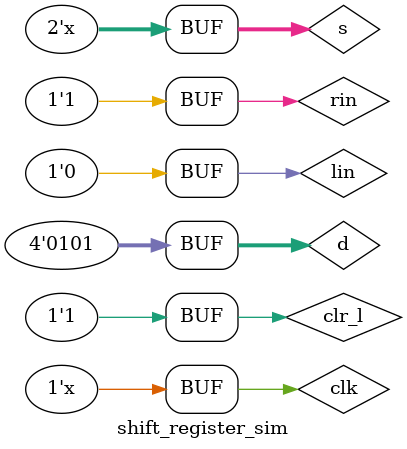
<source format=v>
`timescale 1ns / 1ps


module shift_register_sim;
reg clk = 0;
reg lin = 0;
reg rin = 1;
reg clr_l = 1;
reg [1:0] s = 2'b0;
reg [3:0] d = 4'b0101;
wire [3:0] q;

shift_register uut(clk, clr_l, s, d, lin, rin, q);
always #10 begin
    s = 1+s;
    clk = ~clk;
end
endmodule

</source>
